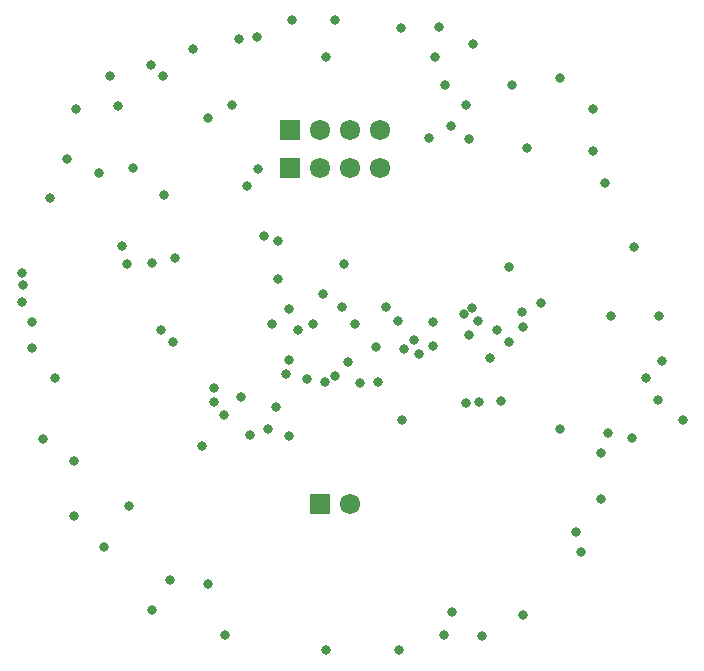
<source format=gbs>
G04 Layer_Color=16711935*
%FSLAX25Y25*%
%MOIN*%
G70*
G01*
G75*
%ADD126R,0.06784X0.06784*%
%ADD127C,0.06784*%
%ADD128C,0.03200*%
D126*
X-5000Y-55906D02*
D03*
X-15000Y55906D02*
D03*
Y68500D02*
D03*
D127*
X5000Y-55906D02*
D03*
X15000Y55906D02*
D03*
X5000D02*
D03*
X-5000D02*
D03*
X15000Y68500D02*
D03*
X5000D02*
D03*
X-5000D02*
D03*
D128*
X-100900Y4600D02*
D03*
X-95184Y45816D02*
D03*
X-89500Y59000D02*
D03*
X-103935Y17000D02*
D03*
X-86500Y75500D02*
D03*
X-72500Y76500D02*
D03*
X-75000Y86500D02*
D03*
X-57500D02*
D03*
X-47500Y95500D02*
D03*
X-31942Y99057D02*
D03*
X-34500Y77000D02*
D03*
X-26000Y99500D02*
D03*
X45816Y97184D02*
D03*
X59000Y83500D02*
D03*
X86000Y75500D02*
D03*
X75000Y86000D02*
D03*
X89933Y51000D02*
D03*
X86000Y61656D02*
D03*
X-60906Y24150D02*
D03*
X-67400Y55800D02*
D03*
X-7200Y3900D02*
D03*
X-4006Y14100D02*
D03*
X43750Y76866D02*
D03*
X-61400Y90300D02*
D03*
X36500Y83500D02*
D03*
X-14235Y105200D02*
D03*
X16900Y9700D02*
D03*
X2300D02*
D03*
X-100900Y-4000D02*
D03*
X38700Y70000D02*
D03*
X-42200Y72500D02*
D03*
X62350Y8050D02*
D03*
X-23600Y33200D02*
D03*
X13800Y-3600D02*
D03*
X-22200Y-31000D02*
D03*
X75095D02*
D03*
X8400Y-15700D02*
D03*
X-15200Y-7900D02*
D03*
X-87100Y-41600D02*
D03*
X-104258Y11358D02*
D03*
X43500Y-22300D02*
D03*
X21200Y-104800D02*
D03*
X-2953D02*
D03*
X34500Y102900D02*
D03*
X22000Y102500D02*
D03*
X-19850Y-23800D02*
D03*
X0Y105200D02*
D03*
X57900Y23100D02*
D03*
X6547Y3900D02*
D03*
X-15200Y8900D02*
D03*
X14437Y-15437D02*
D03*
X0Y-13400D02*
D03*
X-44350Y-36600D02*
D03*
X-57150Y47000D02*
D03*
X4200Y-8800D02*
D03*
X-9400Y-14500D02*
D03*
X-25600Y55500D02*
D03*
X47700Y5100D02*
D03*
X33400Y92800D02*
D03*
X-2953D02*
D03*
X31169Y66000D02*
D03*
X64000Y62600D02*
D03*
X99800Y29700D02*
D03*
X68550Y10900D02*
D03*
X-15256Y-33500D02*
D03*
X90850Y-32250D02*
D03*
X108898Y-8400D02*
D03*
X2900Y23850D02*
D03*
X88500Y-38900D02*
D03*
X-31250Y-20300D02*
D03*
X-28456Y-33100D02*
D03*
X80300Y-65250D02*
D03*
X62600Y-93200D02*
D03*
X36325Y-99810D02*
D03*
X-37150Y-26366D02*
D03*
X-42500Y-82840D02*
D03*
X-68600Y-56740D02*
D03*
X-54900Y-81500D02*
D03*
X-36700Y-99700D02*
D03*
X-97500Y-34500D02*
D03*
X-93200Y-14200D02*
D03*
X22250Y-28200D02*
D03*
X20950Y4900D02*
D03*
X44700Y384D02*
D03*
X32500Y4500D02*
D03*
X-78600Y54256D02*
D03*
X26200Y-1400D02*
D03*
X43000Y7400D02*
D03*
X45500Y9350D02*
D03*
X44700Y65500D02*
D03*
X62650Y3000D02*
D03*
X99000Y-34000D02*
D03*
X107500Y-21500D02*
D03*
X103500Y-14000D02*
D03*
X-104500Y21000D02*
D03*
X-87000Y-60138D02*
D03*
X-77000Y-70500D02*
D03*
X-61000Y-91500D02*
D03*
X39000Y-92000D02*
D03*
X49000Y-100000D02*
D03*
X48000Y-22000D02*
D03*
X88500Y-54528D02*
D03*
X55150Y-21650D02*
D03*
X116000Y-28000D02*
D03*
X-19000Y19000D02*
D03*
X-3500Y-15500D02*
D03*
X23000Y-4500D02*
D03*
X32500Y-3500D02*
D03*
X28000Y-6000D02*
D03*
X51500Y-7500D02*
D03*
X108000Y6500D02*
D03*
X92000D02*
D03*
X82000Y-72000D02*
D03*
X-69500Y24000D02*
D03*
X-70944Y30000D02*
D03*
X-53500Y26000D02*
D03*
X-16500Y-12600D02*
D03*
X-21100Y3900D02*
D03*
X-12500Y2000D02*
D03*
X-40358Y-22000D02*
D03*
X-40500Y-17500D02*
D03*
X-19000Y31500D02*
D03*
X-29500Y49800D02*
D03*
X53937Y1969D02*
D03*
X57874Y-1968D02*
D03*
X-53937D02*
D03*
X-57874Y1969D02*
D03*
M02*

</source>
